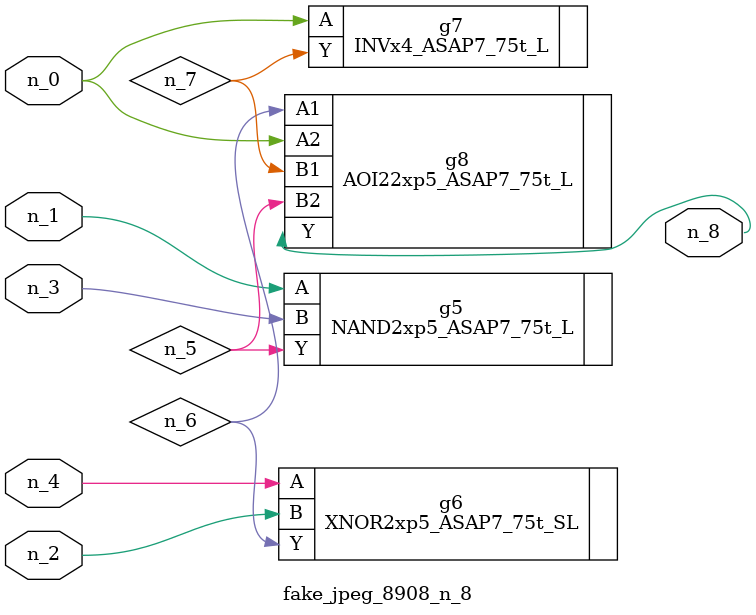
<source format=v>
module fake_jpeg_8908_n_8 (n_3, n_2, n_1, n_0, n_4, n_8);

input n_3;
input n_2;
input n_1;
input n_0;
input n_4;

output n_8;

wire n_6;
wire n_5;
wire n_7;

NAND2xp5_ASAP7_75t_L g5 ( 
.A(n_1),
.B(n_3),
.Y(n_5)
);

XNOR2xp5_ASAP7_75t_SL g6 ( 
.A(n_4),
.B(n_2),
.Y(n_6)
);

INVx4_ASAP7_75t_L g7 ( 
.A(n_0),
.Y(n_7)
);

AOI22xp5_ASAP7_75t_L g8 ( 
.A1(n_6),
.A2(n_0),
.B1(n_7),
.B2(n_5),
.Y(n_8)
);


endmodule
</source>
